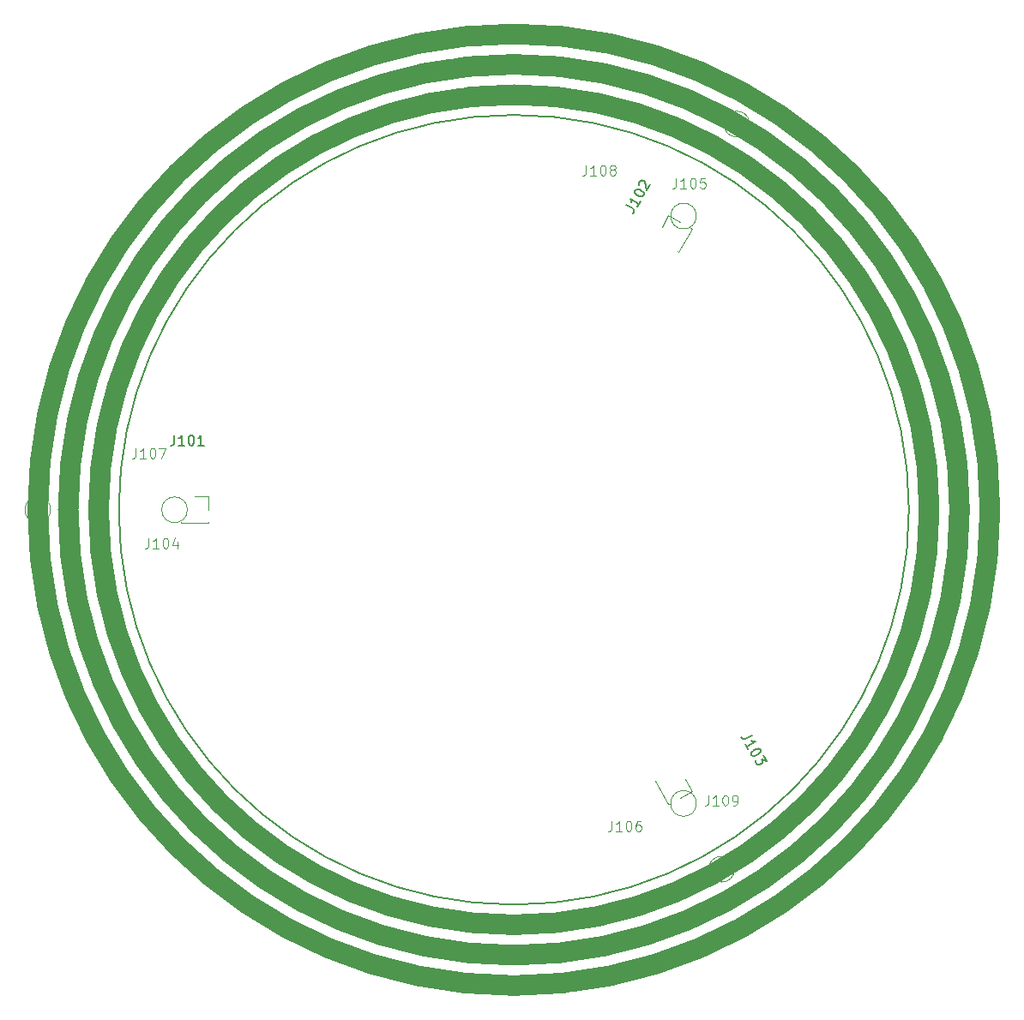
<source format=gbr>
%TF.GenerationSoftware,KiCad,Pcbnew,7.0.10*%
%TF.CreationDate,2024-02-11T22:46:02-05:00*%
%TF.ProjectId,bearing_outer_top,62656172-696e-4675-9f6f-757465725f74,rev?*%
%TF.SameCoordinates,Original*%
%TF.FileFunction,Legend,Top*%
%TF.FilePolarity,Positive*%
%FSLAX46Y46*%
G04 Gerber Fmt 4.6, Leading zero omitted, Abs format (unit mm)*
G04 Created by KiCad (PCBNEW 7.0.10) date 2024-02-11 22:46:02*
%MOMM*%
%LPD*%
G01*
G04 APERTURE LIST*
%ADD10C,2.000000*%
%ADD11C,0.150000*%
%ADD12C,0.100000*%
%ADD13C,0.120000*%
G04 APERTURE END LIST*
D10*
X97000000Y-50000000D02*
G75*
G03*
X3000000Y-50000000I-47000000J0D01*
G01*
X3000000Y-50000000D02*
G75*
G03*
X97000000Y-50000000I47000000J0D01*
G01*
D11*
X89000000Y-50000000D02*
G75*
G03*
X11000000Y-50000000I-39000000J0D01*
G01*
X11000000Y-50000000D02*
G75*
G03*
X89000000Y-50000000I39000000J0D01*
G01*
D10*
X91000000Y-50000000D02*
G75*
G03*
X9000000Y-50000000I-41000000J0D01*
G01*
X9000000Y-50000000D02*
G75*
G03*
X91000000Y-50000000I41000000J0D01*
G01*
X94000000Y-50000000D02*
G75*
G03*
X6000000Y-50000000I-44000000J0D01*
G01*
X6000000Y-50000000D02*
G75*
G03*
X94000000Y-50000000I44000000J0D01*
G01*
D11*
X73489283Y-72273948D02*
X72870693Y-72631090D01*
X72870693Y-72631090D02*
X72723166Y-72661280D01*
X72723166Y-72661280D02*
X72593068Y-72626420D01*
X72593068Y-72626420D02*
X72480400Y-72526512D01*
X72480400Y-72526512D02*
X72432781Y-72444033D01*
X73123258Y-73639973D02*
X72837543Y-73145102D01*
X72980400Y-73392537D02*
X73846426Y-72892537D01*
X73846426Y-72892537D02*
X73675089Y-72881487D01*
X73675089Y-72881487D02*
X73544991Y-72846628D01*
X73544991Y-72846628D02*
X73456133Y-72787959D01*
X74298807Y-73676084D02*
X74346426Y-73758563D01*
X74346426Y-73758563D02*
X74352806Y-73864851D01*
X74352806Y-73864851D02*
X74335376Y-73929900D01*
X74335376Y-73929900D02*
X74276707Y-74018758D01*
X74276707Y-74018758D02*
X74135559Y-74155236D01*
X74135559Y-74155236D02*
X73929362Y-74274283D01*
X73929362Y-74274283D02*
X73740596Y-74328282D01*
X73740596Y-74328282D02*
X73634308Y-74334662D01*
X73634308Y-74334662D02*
X73569259Y-74317232D01*
X73569259Y-74317232D02*
X73480400Y-74258563D01*
X73480400Y-74258563D02*
X73432781Y-74176084D01*
X73432781Y-74176084D02*
X73426402Y-74069796D01*
X73426402Y-74069796D02*
X73443831Y-74004747D01*
X73443831Y-74004747D02*
X73502500Y-73915889D01*
X73502500Y-73915889D02*
X73643648Y-73779412D01*
X73643648Y-73779412D02*
X73849845Y-73660364D01*
X73849845Y-73660364D02*
X74038611Y-73606365D01*
X74038611Y-73606365D02*
X74144900Y-73599985D01*
X74144900Y-73599985D02*
X74209948Y-73617415D01*
X74209948Y-73617415D02*
X74298807Y-73676084D01*
X74632140Y-74253435D02*
X74941664Y-74789546D01*
X74941664Y-74789546D02*
X74445083Y-74691347D01*
X74445083Y-74691347D02*
X74516511Y-74815064D01*
X74516511Y-74815064D02*
X74522891Y-74921353D01*
X74522891Y-74921353D02*
X74505461Y-74986401D01*
X74505461Y-74986401D02*
X74446792Y-75075260D01*
X74446792Y-75075260D02*
X74240596Y-75194307D01*
X74240596Y-75194307D02*
X74134308Y-75200687D01*
X74134308Y-75200687D02*
X74069259Y-75183257D01*
X74069259Y-75183257D02*
X73980400Y-75124588D01*
X73980400Y-75124588D02*
X73837543Y-74877152D01*
X73837543Y-74877152D02*
X73831164Y-74770864D01*
X73831164Y-74770864D02*
X73848593Y-74705816D01*
X61115002Y-19890870D02*
X61733591Y-20248013D01*
X61733591Y-20248013D02*
X61833500Y-20360681D01*
X61833500Y-20360681D02*
X61868359Y-20490779D01*
X61868359Y-20490779D02*
X61838170Y-20638306D01*
X61838170Y-20638306D02*
X61790551Y-20720785D01*
X62481027Y-19524845D02*
X62195313Y-20019716D01*
X62338170Y-19772281D02*
X61472145Y-19272281D01*
X61472145Y-19272281D02*
X61548244Y-19426188D01*
X61548244Y-19426188D02*
X61583103Y-19556285D01*
X61583103Y-19556285D02*
X61576723Y-19662574D01*
X61924526Y-18488734D02*
X61972145Y-18406255D01*
X61972145Y-18406255D02*
X62061003Y-18347586D01*
X62061003Y-18347586D02*
X62126052Y-18330156D01*
X62126052Y-18330156D02*
X62232340Y-18336536D01*
X62232340Y-18336536D02*
X62421107Y-18390535D01*
X62421107Y-18390535D02*
X62627303Y-18509582D01*
X62627303Y-18509582D02*
X62768451Y-18646060D01*
X62768451Y-18646060D02*
X62827120Y-18734918D01*
X62827120Y-18734918D02*
X62844550Y-18799967D01*
X62844550Y-18799967D02*
X62838170Y-18906255D01*
X62838170Y-18906255D02*
X62790551Y-18988734D01*
X62790551Y-18988734D02*
X62701693Y-19047403D01*
X62701693Y-19047403D02*
X62636644Y-19064833D01*
X62636644Y-19064833D02*
X62530356Y-19058453D01*
X62530356Y-19058453D02*
X62341589Y-19004454D01*
X62341589Y-19004454D02*
X62135392Y-18885407D01*
X62135392Y-18885407D02*
X61994245Y-18748929D01*
X61994245Y-18748929D02*
X61935576Y-18660071D01*
X61935576Y-18660071D02*
X61918146Y-18595022D01*
X61918146Y-18595022D02*
X61924526Y-18488734D01*
X62364147Y-17917763D02*
X62346717Y-17852714D01*
X62346717Y-17852714D02*
X62353097Y-17746426D01*
X62353097Y-17746426D02*
X62472145Y-17540230D01*
X62472145Y-17540230D02*
X62561003Y-17481561D01*
X62561003Y-17481561D02*
X62626052Y-17464131D01*
X62626052Y-17464131D02*
X62732340Y-17470511D01*
X62732340Y-17470511D02*
X62814819Y-17518130D01*
X62814819Y-17518130D02*
X62914727Y-17630798D01*
X62914727Y-17630798D02*
X63123884Y-18411383D01*
X63123884Y-18411383D02*
X63433408Y-17875273D01*
D12*
X13954285Y-52797419D02*
X13954285Y-53511704D01*
X13954285Y-53511704D02*
X13906666Y-53654561D01*
X13906666Y-53654561D02*
X13811428Y-53749800D01*
X13811428Y-53749800D02*
X13668571Y-53797419D01*
X13668571Y-53797419D02*
X13573333Y-53797419D01*
X14954285Y-53797419D02*
X14382857Y-53797419D01*
X14668571Y-53797419D02*
X14668571Y-52797419D01*
X14668571Y-52797419D02*
X14573333Y-52940276D01*
X14573333Y-52940276D02*
X14478095Y-53035514D01*
X14478095Y-53035514D02*
X14382857Y-53083133D01*
X15573333Y-52797419D02*
X15668571Y-52797419D01*
X15668571Y-52797419D02*
X15763809Y-52845038D01*
X15763809Y-52845038D02*
X15811428Y-52892657D01*
X15811428Y-52892657D02*
X15859047Y-52987895D01*
X15859047Y-52987895D02*
X15906666Y-53178371D01*
X15906666Y-53178371D02*
X15906666Y-53416466D01*
X15906666Y-53416466D02*
X15859047Y-53606942D01*
X15859047Y-53606942D02*
X15811428Y-53702180D01*
X15811428Y-53702180D02*
X15763809Y-53749800D01*
X15763809Y-53749800D02*
X15668571Y-53797419D01*
X15668571Y-53797419D02*
X15573333Y-53797419D01*
X15573333Y-53797419D02*
X15478095Y-53749800D01*
X15478095Y-53749800D02*
X15430476Y-53702180D01*
X15430476Y-53702180D02*
X15382857Y-53606942D01*
X15382857Y-53606942D02*
X15335238Y-53416466D01*
X15335238Y-53416466D02*
X15335238Y-53178371D01*
X15335238Y-53178371D02*
X15382857Y-52987895D01*
X15382857Y-52987895D02*
X15430476Y-52892657D01*
X15430476Y-52892657D02*
X15478095Y-52845038D01*
X15478095Y-52845038D02*
X15573333Y-52797419D01*
X16763809Y-53130752D02*
X16763809Y-53797419D01*
X16525714Y-52749800D02*
X16287619Y-53464085D01*
X16287619Y-53464085D02*
X16906666Y-53464085D01*
X12684285Y-43907419D02*
X12684285Y-44621704D01*
X12684285Y-44621704D02*
X12636666Y-44764561D01*
X12636666Y-44764561D02*
X12541428Y-44859800D01*
X12541428Y-44859800D02*
X12398571Y-44907419D01*
X12398571Y-44907419D02*
X12303333Y-44907419D01*
X13684285Y-44907419D02*
X13112857Y-44907419D01*
X13398571Y-44907419D02*
X13398571Y-43907419D01*
X13398571Y-43907419D02*
X13303333Y-44050276D01*
X13303333Y-44050276D02*
X13208095Y-44145514D01*
X13208095Y-44145514D02*
X13112857Y-44193133D01*
X14303333Y-43907419D02*
X14398571Y-43907419D01*
X14398571Y-43907419D02*
X14493809Y-43955038D01*
X14493809Y-43955038D02*
X14541428Y-44002657D01*
X14541428Y-44002657D02*
X14589047Y-44097895D01*
X14589047Y-44097895D02*
X14636666Y-44288371D01*
X14636666Y-44288371D02*
X14636666Y-44526466D01*
X14636666Y-44526466D02*
X14589047Y-44716942D01*
X14589047Y-44716942D02*
X14541428Y-44812180D01*
X14541428Y-44812180D02*
X14493809Y-44859800D01*
X14493809Y-44859800D02*
X14398571Y-44907419D01*
X14398571Y-44907419D02*
X14303333Y-44907419D01*
X14303333Y-44907419D02*
X14208095Y-44859800D01*
X14208095Y-44859800D02*
X14160476Y-44812180D01*
X14160476Y-44812180D02*
X14112857Y-44716942D01*
X14112857Y-44716942D02*
X14065238Y-44526466D01*
X14065238Y-44526466D02*
X14065238Y-44288371D01*
X14065238Y-44288371D02*
X14112857Y-44097895D01*
X14112857Y-44097895D02*
X14160476Y-44002657D01*
X14160476Y-44002657D02*
X14208095Y-43955038D01*
X14208095Y-43955038D02*
X14303333Y-43907419D01*
X14970000Y-43907419D02*
X15636666Y-43907419D01*
X15636666Y-43907419D02*
X15208095Y-44907419D01*
X69214285Y-78197419D02*
X69214285Y-78911704D01*
X69214285Y-78911704D02*
X69166666Y-79054561D01*
X69166666Y-79054561D02*
X69071428Y-79149800D01*
X69071428Y-79149800D02*
X68928571Y-79197419D01*
X68928571Y-79197419D02*
X68833333Y-79197419D01*
X70214285Y-79197419D02*
X69642857Y-79197419D01*
X69928571Y-79197419D02*
X69928571Y-78197419D01*
X69928571Y-78197419D02*
X69833333Y-78340276D01*
X69833333Y-78340276D02*
X69738095Y-78435514D01*
X69738095Y-78435514D02*
X69642857Y-78483133D01*
X70833333Y-78197419D02*
X70928571Y-78197419D01*
X70928571Y-78197419D02*
X71023809Y-78245038D01*
X71023809Y-78245038D02*
X71071428Y-78292657D01*
X71071428Y-78292657D02*
X71119047Y-78387895D01*
X71119047Y-78387895D02*
X71166666Y-78578371D01*
X71166666Y-78578371D02*
X71166666Y-78816466D01*
X71166666Y-78816466D02*
X71119047Y-79006942D01*
X71119047Y-79006942D02*
X71071428Y-79102180D01*
X71071428Y-79102180D02*
X71023809Y-79149800D01*
X71023809Y-79149800D02*
X70928571Y-79197419D01*
X70928571Y-79197419D02*
X70833333Y-79197419D01*
X70833333Y-79197419D02*
X70738095Y-79149800D01*
X70738095Y-79149800D02*
X70690476Y-79102180D01*
X70690476Y-79102180D02*
X70642857Y-79006942D01*
X70642857Y-79006942D02*
X70595238Y-78816466D01*
X70595238Y-78816466D02*
X70595238Y-78578371D01*
X70595238Y-78578371D02*
X70642857Y-78387895D01*
X70642857Y-78387895D02*
X70690476Y-78292657D01*
X70690476Y-78292657D02*
X70738095Y-78245038D01*
X70738095Y-78245038D02*
X70833333Y-78197419D01*
X71642857Y-79197419D02*
X71833333Y-79197419D01*
X71833333Y-79197419D02*
X71928571Y-79149800D01*
X71928571Y-79149800D02*
X71976190Y-79102180D01*
X71976190Y-79102180D02*
X72071428Y-78959323D01*
X72071428Y-78959323D02*
X72119047Y-78768847D01*
X72119047Y-78768847D02*
X72119047Y-78387895D01*
X72119047Y-78387895D02*
X72071428Y-78292657D01*
X72071428Y-78292657D02*
X72023809Y-78245038D01*
X72023809Y-78245038D02*
X71928571Y-78197419D01*
X71928571Y-78197419D02*
X71738095Y-78197419D01*
X71738095Y-78197419D02*
X71642857Y-78245038D01*
X71642857Y-78245038D02*
X71595238Y-78292657D01*
X71595238Y-78292657D02*
X71547619Y-78387895D01*
X71547619Y-78387895D02*
X71547619Y-78625990D01*
X71547619Y-78625990D02*
X71595238Y-78721228D01*
X71595238Y-78721228D02*
X71642857Y-78768847D01*
X71642857Y-78768847D02*
X71738095Y-78816466D01*
X71738095Y-78816466D02*
X71928571Y-78816466D01*
X71928571Y-78816466D02*
X72023809Y-78768847D01*
X72023809Y-78768847D02*
X72071428Y-78721228D01*
X72071428Y-78721228D02*
X72119047Y-78625990D01*
X66024285Y-17237419D02*
X66024285Y-17951704D01*
X66024285Y-17951704D02*
X65976666Y-18094561D01*
X65976666Y-18094561D02*
X65881428Y-18189800D01*
X65881428Y-18189800D02*
X65738571Y-18237419D01*
X65738571Y-18237419D02*
X65643333Y-18237419D01*
X67024285Y-18237419D02*
X66452857Y-18237419D01*
X66738571Y-18237419D02*
X66738571Y-17237419D01*
X66738571Y-17237419D02*
X66643333Y-17380276D01*
X66643333Y-17380276D02*
X66548095Y-17475514D01*
X66548095Y-17475514D02*
X66452857Y-17523133D01*
X67643333Y-17237419D02*
X67738571Y-17237419D01*
X67738571Y-17237419D02*
X67833809Y-17285038D01*
X67833809Y-17285038D02*
X67881428Y-17332657D01*
X67881428Y-17332657D02*
X67929047Y-17427895D01*
X67929047Y-17427895D02*
X67976666Y-17618371D01*
X67976666Y-17618371D02*
X67976666Y-17856466D01*
X67976666Y-17856466D02*
X67929047Y-18046942D01*
X67929047Y-18046942D02*
X67881428Y-18142180D01*
X67881428Y-18142180D02*
X67833809Y-18189800D01*
X67833809Y-18189800D02*
X67738571Y-18237419D01*
X67738571Y-18237419D02*
X67643333Y-18237419D01*
X67643333Y-18237419D02*
X67548095Y-18189800D01*
X67548095Y-18189800D02*
X67500476Y-18142180D01*
X67500476Y-18142180D02*
X67452857Y-18046942D01*
X67452857Y-18046942D02*
X67405238Y-17856466D01*
X67405238Y-17856466D02*
X67405238Y-17618371D01*
X67405238Y-17618371D02*
X67452857Y-17427895D01*
X67452857Y-17427895D02*
X67500476Y-17332657D01*
X67500476Y-17332657D02*
X67548095Y-17285038D01*
X67548095Y-17285038D02*
X67643333Y-17237419D01*
X68881428Y-17237419D02*
X68405238Y-17237419D01*
X68405238Y-17237419D02*
X68357619Y-17713609D01*
X68357619Y-17713609D02*
X68405238Y-17665990D01*
X68405238Y-17665990D02*
X68500476Y-17618371D01*
X68500476Y-17618371D02*
X68738571Y-17618371D01*
X68738571Y-17618371D02*
X68833809Y-17665990D01*
X68833809Y-17665990D02*
X68881428Y-17713609D01*
X68881428Y-17713609D02*
X68929047Y-17808847D01*
X68929047Y-17808847D02*
X68929047Y-18046942D01*
X68929047Y-18046942D02*
X68881428Y-18142180D01*
X68881428Y-18142180D02*
X68833809Y-18189800D01*
X68833809Y-18189800D02*
X68738571Y-18237419D01*
X68738571Y-18237419D02*
X68500476Y-18237419D01*
X68500476Y-18237419D02*
X68405238Y-18189800D01*
X68405238Y-18189800D02*
X68357619Y-18142180D01*
X57134285Y-15967419D02*
X57134285Y-16681704D01*
X57134285Y-16681704D02*
X57086666Y-16824561D01*
X57086666Y-16824561D02*
X56991428Y-16919800D01*
X56991428Y-16919800D02*
X56848571Y-16967419D01*
X56848571Y-16967419D02*
X56753333Y-16967419D01*
X58134285Y-16967419D02*
X57562857Y-16967419D01*
X57848571Y-16967419D02*
X57848571Y-15967419D01*
X57848571Y-15967419D02*
X57753333Y-16110276D01*
X57753333Y-16110276D02*
X57658095Y-16205514D01*
X57658095Y-16205514D02*
X57562857Y-16253133D01*
X58753333Y-15967419D02*
X58848571Y-15967419D01*
X58848571Y-15967419D02*
X58943809Y-16015038D01*
X58943809Y-16015038D02*
X58991428Y-16062657D01*
X58991428Y-16062657D02*
X59039047Y-16157895D01*
X59039047Y-16157895D02*
X59086666Y-16348371D01*
X59086666Y-16348371D02*
X59086666Y-16586466D01*
X59086666Y-16586466D02*
X59039047Y-16776942D01*
X59039047Y-16776942D02*
X58991428Y-16872180D01*
X58991428Y-16872180D02*
X58943809Y-16919800D01*
X58943809Y-16919800D02*
X58848571Y-16967419D01*
X58848571Y-16967419D02*
X58753333Y-16967419D01*
X58753333Y-16967419D02*
X58658095Y-16919800D01*
X58658095Y-16919800D02*
X58610476Y-16872180D01*
X58610476Y-16872180D02*
X58562857Y-16776942D01*
X58562857Y-16776942D02*
X58515238Y-16586466D01*
X58515238Y-16586466D02*
X58515238Y-16348371D01*
X58515238Y-16348371D02*
X58562857Y-16157895D01*
X58562857Y-16157895D02*
X58610476Y-16062657D01*
X58610476Y-16062657D02*
X58658095Y-16015038D01*
X58658095Y-16015038D02*
X58753333Y-15967419D01*
X59658095Y-16395990D02*
X59562857Y-16348371D01*
X59562857Y-16348371D02*
X59515238Y-16300752D01*
X59515238Y-16300752D02*
X59467619Y-16205514D01*
X59467619Y-16205514D02*
X59467619Y-16157895D01*
X59467619Y-16157895D02*
X59515238Y-16062657D01*
X59515238Y-16062657D02*
X59562857Y-16015038D01*
X59562857Y-16015038D02*
X59658095Y-15967419D01*
X59658095Y-15967419D02*
X59848571Y-15967419D01*
X59848571Y-15967419D02*
X59943809Y-16015038D01*
X59943809Y-16015038D02*
X59991428Y-16062657D01*
X59991428Y-16062657D02*
X60039047Y-16157895D01*
X60039047Y-16157895D02*
X60039047Y-16205514D01*
X60039047Y-16205514D02*
X59991428Y-16300752D01*
X59991428Y-16300752D02*
X59943809Y-16348371D01*
X59943809Y-16348371D02*
X59848571Y-16395990D01*
X59848571Y-16395990D02*
X59658095Y-16395990D01*
X59658095Y-16395990D02*
X59562857Y-16443609D01*
X59562857Y-16443609D02*
X59515238Y-16491228D01*
X59515238Y-16491228D02*
X59467619Y-16586466D01*
X59467619Y-16586466D02*
X59467619Y-16776942D01*
X59467619Y-16776942D02*
X59515238Y-16872180D01*
X59515238Y-16872180D02*
X59562857Y-16919800D01*
X59562857Y-16919800D02*
X59658095Y-16967419D01*
X59658095Y-16967419D02*
X59848571Y-16967419D01*
X59848571Y-16967419D02*
X59943809Y-16919800D01*
X59943809Y-16919800D02*
X59991428Y-16872180D01*
X59991428Y-16872180D02*
X60039047Y-16776942D01*
X60039047Y-16776942D02*
X60039047Y-16586466D01*
X60039047Y-16586466D02*
X59991428Y-16491228D01*
X59991428Y-16491228D02*
X59943809Y-16443609D01*
X59943809Y-16443609D02*
X59848571Y-16395990D01*
D11*
X16494285Y-42634819D02*
X16494285Y-43349104D01*
X16494285Y-43349104D02*
X16446666Y-43491961D01*
X16446666Y-43491961D02*
X16351428Y-43587200D01*
X16351428Y-43587200D02*
X16208571Y-43634819D01*
X16208571Y-43634819D02*
X16113333Y-43634819D01*
X17494285Y-43634819D02*
X16922857Y-43634819D01*
X17208571Y-43634819D02*
X17208571Y-42634819D01*
X17208571Y-42634819D02*
X17113333Y-42777676D01*
X17113333Y-42777676D02*
X17018095Y-42872914D01*
X17018095Y-42872914D02*
X16922857Y-42920533D01*
X18113333Y-42634819D02*
X18208571Y-42634819D01*
X18208571Y-42634819D02*
X18303809Y-42682438D01*
X18303809Y-42682438D02*
X18351428Y-42730057D01*
X18351428Y-42730057D02*
X18399047Y-42825295D01*
X18399047Y-42825295D02*
X18446666Y-43015771D01*
X18446666Y-43015771D02*
X18446666Y-43253866D01*
X18446666Y-43253866D02*
X18399047Y-43444342D01*
X18399047Y-43444342D02*
X18351428Y-43539580D01*
X18351428Y-43539580D02*
X18303809Y-43587200D01*
X18303809Y-43587200D02*
X18208571Y-43634819D01*
X18208571Y-43634819D02*
X18113333Y-43634819D01*
X18113333Y-43634819D02*
X18018095Y-43587200D01*
X18018095Y-43587200D02*
X17970476Y-43539580D01*
X17970476Y-43539580D02*
X17922857Y-43444342D01*
X17922857Y-43444342D02*
X17875238Y-43253866D01*
X17875238Y-43253866D02*
X17875238Y-43015771D01*
X17875238Y-43015771D02*
X17922857Y-42825295D01*
X17922857Y-42825295D02*
X17970476Y-42730057D01*
X17970476Y-42730057D02*
X18018095Y-42682438D01*
X18018095Y-42682438D02*
X18113333Y-42634819D01*
X19399047Y-43634819D02*
X18827619Y-43634819D01*
X19113333Y-43634819D02*
X19113333Y-42634819D01*
X19113333Y-42634819D02*
X19018095Y-42777676D01*
X19018095Y-42777676D02*
X18922857Y-42872914D01*
X18922857Y-42872914D02*
X18827619Y-42920533D01*
D12*
X59674285Y-80737419D02*
X59674285Y-81451704D01*
X59674285Y-81451704D02*
X59626666Y-81594561D01*
X59626666Y-81594561D02*
X59531428Y-81689800D01*
X59531428Y-81689800D02*
X59388571Y-81737419D01*
X59388571Y-81737419D02*
X59293333Y-81737419D01*
X60674285Y-81737419D02*
X60102857Y-81737419D01*
X60388571Y-81737419D02*
X60388571Y-80737419D01*
X60388571Y-80737419D02*
X60293333Y-80880276D01*
X60293333Y-80880276D02*
X60198095Y-80975514D01*
X60198095Y-80975514D02*
X60102857Y-81023133D01*
X61293333Y-80737419D02*
X61388571Y-80737419D01*
X61388571Y-80737419D02*
X61483809Y-80785038D01*
X61483809Y-80785038D02*
X61531428Y-80832657D01*
X61531428Y-80832657D02*
X61579047Y-80927895D01*
X61579047Y-80927895D02*
X61626666Y-81118371D01*
X61626666Y-81118371D02*
X61626666Y-81356466D01*
X61626666Y-81356466D02*
X61579047Y-81546942D01*
X61579047Y-81546942D02*
X61531428Y-81642180D01*
X61531428Y-81642180D02*
X61483809Y-81689800D01*
X61483809Y-81689800D02*
X61388571Y-81737419D01*
X61388571Y-81737419D02*
X61293333Y-81737419D01*
X61293333Y-81737419D02*
X61198095Y-81689800D01*
X61198095Y-81689800D02*
X61150476Y-81642180D01*
X61150476Y-81642180D02*
X61102857Y-81546942D01*
X61102857Y-81546942D02*
X61055238Y-81356466D01*
X61055238Y-81356466D02*
X61055238Y-81118371D01*
X61055238Y-81118371D02*
X61102857Y-80927895D01*
X61102857Y-80927895D02*
X61150476Y-80832657D01*
X61150476Y-80832657D02*
X61198095Y-80785038D01*
X61198095Y-80785038D02*
X61293333Y-80737419D01*
X62483809Y-80737419D02*
X62293333Y-80737419D01*
X62293333Y-80737419D02*
X62198095Y-80785038D01*
X62198095Y-80785038D02*
X62150476Y-80832657D01*
X62150476Y-80832657D02*
X62055238Y-80975514D01*
X62055238Y-80975514D02*
X62007619Y-81165990D01*
X62007619Y-81165990D02*
X62007619Y-81546942D01*
X62007619Y-81546942D02*
X62055238Y-81642180D01*
X62055238Y-81642180D02*
X62102857Y-81689800D01*
X62102857Y-81689800D02*
X62198095Y-81737419D01*
X62198095Y-81737419D02*
X62388571Y-81737419D01*
X62388571Y-81737419D02*
X62483809Y-81689800D01*
X62483809Y-81689800D02*
X62531428Y-81642180D01*
X62531428Y-81642180D02*
X62579047Y-81546942D01*
X62579047Y-81546942D02*
X62579047Y-81308847D01*
X62579047Y-81308847D02*
X62531428Y-81213609D01*
X62531428Y-81213609D02*
X62483809Y-81165990D01*
X62483809Y-81165990D02*
X62388571Y-81118371D01*
X62388571Y-81118371D02*
X62198095Y-81118371D01*
X62198095Y-81118371D02*
X62102857Y-81165990D01*
X62102857Y-81165990D02*
X62055238Y-81213609D01*
X62055238Y-81213609D02*
X62007619Y-81308847D01*
D13*
%TO.C,J103*%
X64037109Y-76733186D02*
X63933186Y-76793186D01*
X63933186Y-76793186D02*
X65263186Y-79096814D01*
X66901814Y-76615000D02*
X67566814Y-77766814D01*
X67566814Y-77766814D02*
X66415000Y-78431814D01*
X65367109Y-79036814D02*
X65263186Y-79096814D01*
%TO.C,J102*%
X66132891Y-24476814D02*
X66236814Y-24536814D01*
X66236814Y-24536814D02*
X67566814Y-22233186D01*
X64598186Y-22055000D02*
X65263186Y-20903186D01*
X65263186Y-20903186D02*
X66415000Y-21568186D01*
X67462891Y-22173186D02*
X67566814Y-22233186D01*
D12*
%TO.C,J104*%
X17770000Y-50000000D02*
G75*
G03*
X15230000Y-50000000I-1270000J0D01*
G01*
X15230000Y-50000000D02*
G75*
G03*
X17770000Y-50000000I1270000J0D01*
G01*
%TO.C,J107*%
X4270000Y-50000000D02*
G75*
G03*
X1730000Y-50000000I-1270000J0D01*
G01*
X1730000Y-50000000D02*
G75*
G03*
X4270000Y-50000000I1270000J0D01*
G01*
%TO.C,J109*%
X71770000Y-85507000D02*
G75*
G03*
X69230000Y-85507000I-1270000J0D01*
G01*
X69230000Y-85507000D02*
G75*
G03*
X71770000Y-85507000I1270000J0D01*
G01*
%TO.C,J105*%
X68020000Y-20988000D02*
G75*
G03*
X65480000Y-20988000I-1270000J0D01*
G01*
X65480000Y-20988000D02*
G75*
G03*
X68020000Y-20988000I1270000J0D01*
G01*
%TO.C,J108*%
X73270000Y-11895000D02*
G75*
G03*
X70730000Y-11895000I-1270000J0D01*
G01*
X70730000Y-11895000D02*
G75*
G03*
X73270000Y-11895000I1270000J0D01*
G01*
D13*
%TO.C,J101*%
X17170000Y-51210000D02*
X17170000Y-51330000D01*
X17170000Y-51330000D02*
X19830000Y-51330000D01*
X18500000Y-48670000D02*
X19830000Y-48670000D01*
X19830000Y-48670000D02*
X19830000Y-50000000D01*
X19830000Y-51210000D02*
X19830000Y-51330000D01*
D12*
%TO.C,J106*%
X68020000Y-79012000D02*
G75*
G03*
X65480000Y-79012000I-1270000J0D01*
G01*
X65480000Y-79012000D02*
G75*
G03*
X68020000Y-79012000I1270000J0D01*
G01*
%TD*%
M02*

</source>
